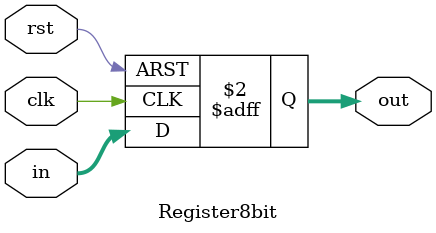
<source format=v>
`timescale 1ns/1ns
module Register8bit(
	input [7:0] in, input clk, rst,
	output reg [7:0]out);

	always@(posedge clk, posedge rst)begin
		if(rst)
			out <= 8'b0;
		else
			out <= in;
	end

endmodule

</source>
